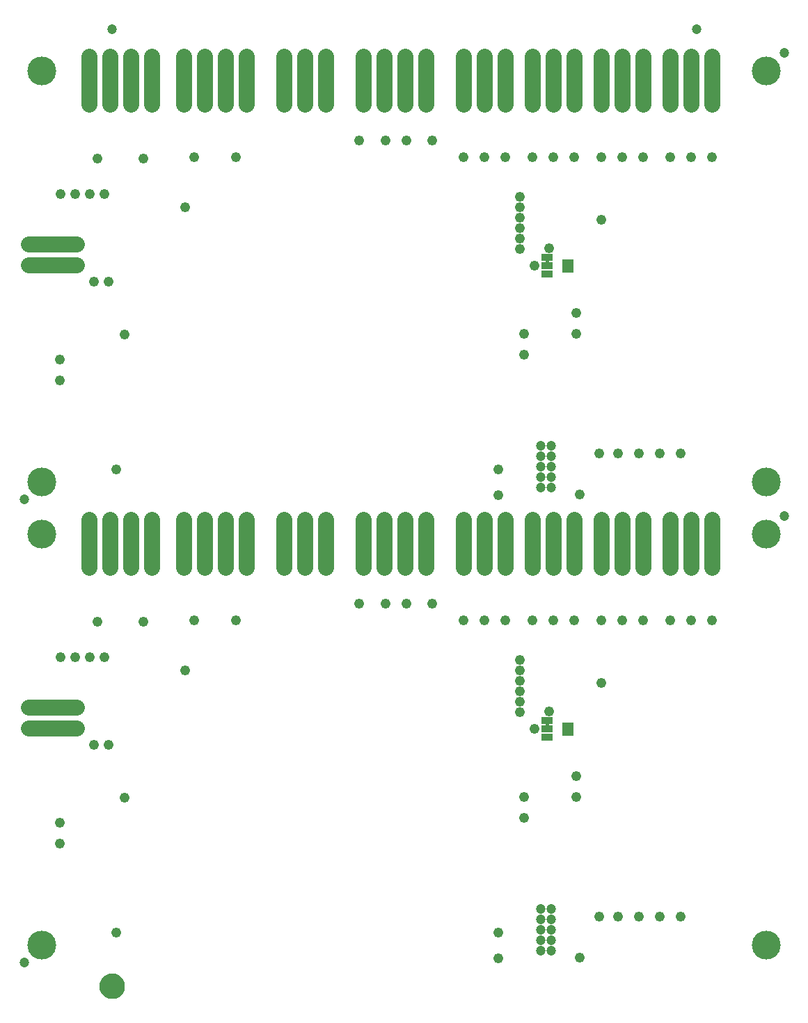
<source format=gbs>
G75*
%MOIN*%
%OFA0B0*%
%FSLAX25Y25*%
%IPPOS*%
%LPD*%
%AMOC8*
5,1,8,0,0,1.08239X$1,22.5*
%
%ADD10R,0.05800X0.03300*%
%ADD11C,0.00500*%
%ADD12C,0.04737*%
%ADD13C,0.07800*%
%ADD14C,0.04800*%
%ADD15C,0.13800*%
%ADD16C,0.05000*%
%ADD17C,0.06706*%
D10*
X0300250Y0139400D03*
X0300250Y0143400D03*
X0300250Y0147400D03*
X0310250Y0145000D03*
X0310250Y0141800D03*
X0300250Y0361400D03*
X0300250Y0365400D03*
X0300250Y0369400D03*
X0310250Y0367000D03*
X0310250Y0363800D03*
D11*
X0300750Y0366650D02*
X0299750Y0366650D01*
X0299750Y0368150D01*
X0300750Y0368150D01*
X0300750Y0366650D01*
X0300750Y0366989D02*
X0299750Y0366989D01*
X0299750Y0367488D02*
X0300750Y0367488D01*
X0300750Y0367986D02*
X0299750Y0367986D01*
X0299750Y0146150D02*
X0299750Y0144650D01*
X0300750Y0144650D01*
X0300750Y0146150D01*
X0299750Y0146150D01*
X0299750Y0146149D02*
X0300750Y0146149D01*
X0300750Y0145650D02*
X0299750Y0145650D01*
X0299750Y0145152D02*
X0300750Y0145152D01*
X0300750Y0144653D02*
X0299750Y0144653D01*
D12*
X0049750Y0031500D03*
X0049750Y0253500D03*
X0091750Y0478750D03*
X0297000Y0279250D03*
X0297000Y0274250D03*
X0297000Y0269250D03*
X0297000Y0264250D03*
X0297000Y0259250D03*
X0302000Y0259250D03*
X0302000Y0264250D03*
X0302000Y0269250D03*
X0302000Y0274250D03*
X0302000Y0279250D03*
X0413750Y0245500D03*
X0302000Y0057250D03*
X0302000Y0052250D03*
X0302000Y0047250D03*
X0302000Y0042250D03*
X0302000Y0037250D03*
X0297000Y0037250D03*
X0297000Y0042250D03*
X0297000Y0047250D03*
X0297000Y0052250D03*
X0297000Y0057250D03*
X0413750Y0467500D03*
X0371750Y0478750D03*
D13*
X0369250Y0466000D02*
X0369250Y0443000D01*
X0359250Y0443000D02*
X0359250Y0466000D01*
X0346250Y0466000D02*
X0346250Y0443000D01*
X0336250Y0443000D02*
X0336250Y0466000D01*
X0326250Y0466000D02*
X0326250Y0443000D01*
X0313250Y0443000D02*
X0313250Y0466000D01*
X0303250Y0466000D02*
X0303250Y0443000D01*
X0293250Y0443000D02*
X0293250Y0466000D01*
X0280250Y0466000D02*
X0280250Y0443000D01*
X0270250Y0443000D02*
X0270250Y0466000D01*
X0260250Y0466000D02*
X0260250Y0443000D01*
X0242250Y0443000D02*
X0242250Y0466000D01*
X0232250Y0466000D02*
X0232250Y0443000D01*
X0222250Y0443000D02*
X0222250Y0466000D01*
X0212250Y0466000D02*
X0212250Y0443000D01*
X0194250Y0443000D02*
X0194250Y0466000D01*
X0184250Y0466000D02*
X0184250Y0443000D01*
X0174250Y0443000D02*
X0174250Y0466000D01*
X0156250Y0466000D02*
X0156250Y0443000D01*
X0146250Y0443000D02*
X0146250Y0466000D01*
X0136250Y0466000D02*
X0136250Y0443000D01*
X0126250Y0443000D02*
X0126250Y0466000D01*
X0110750Y0466000D02*
X0110750Y0443000D01*
X0100750Y0443000D02*
X0100750Y0466000D01*
X0090750Y0466000D02*
X0090750Y0443000D01*
X0080750Y0443000D02*
X0080750Y0466000D01*
X0074750Y0376000D02*
X0051750Y0376000D01*
X0051750Y0366000D02*
X0074750Y0366000D01*
X0080750Y0244000D02*
X0080750Y0221000D01*
X0090750Y0221000D02*
X0090750Y0244000D01*
X0100750Y0244000D02*
X0100750Y0221000D01*
X0110750Y0221000D02*
X0110750Y0244000D01*
X0126250Y0244000D02*
X0126250Y0221000D01*
X0136250Y0221000D02*
X0136250Y0244000D01*
X0146250Y0244000D02*
X0146250Y0221000D01*
X0156250Y0221000D02*
X0156250Y0244000D01*
X0174250Y0244000D02*
X0174250Y0221000D01*
X0184250Y0221000D02*
X0184250Y0244000D01*
X0194250Y0244000D02*
X0194250Y0221000D01*
X0212250Y0221000D02*
X0212250Y0244000D01*
X0222250Y0244000D02*
X0222250Y0221000D01*
X0232250Y0221000D02*
X0232250Y0244000D01*
X0242250Y0244000D02*
X0242250Y0221000D01*
X0260250Y0221000D02*
X0260250Y0244000D01*
X0270250Y0244000D02*
X0270250Y0221000D01*
X0280250Y0221000D02*
X0280250Y0244000D01*
X0293250Y0244000D02*
X0293250Y0221000D01*
X0303250Y0221000D02*
X0303250Y0244000D01*
X0313250Y0244000D02*
X0313250Y0221000D01*
X0326250Y0221000D02*
X0326250Y0244000D01*
X0336250Y0244000D02*
X0336250Y0221000D01*
X0346250Y0221000D02*
X0346250Y0244000D01*
X0359250Y0244000D02*
X0359250Y0221000D01*
X0369250Y0221000D02*
X0369250Y0244000D01*
X0379250Y0244000D02*
X0379250Y0221000D01*
X0379250Y0443000D02*
X0379250Y0466000D01*
X0074750Y0154000D02*
X0051750Y0154000D01*
X0051750Y0144000D02*
X0074750Y0144000D01*
D14*
X0083250Y0136000D03*
X0090250Y0136000D03*
X0097750Y0110500D03*
X0066750Y0098500D03*
X0066750Y0088500D03*
X0093750Y0046000D03*
X0126750Y0171500D03*
X0131250Y0195500D03*
X0151250Y0195500D03*
X0106750Y0195000D03*
X0084750Y0195000D03*
X0081250Y0178000D03*
X0088250Y0178000D03*
X0074250Y0178000D03*
X0067250Y0178000D03*
X0093750Y0268000D03*
X0066750Y0310500D03*
X0066750Y0320500D03*
X0097750Y0332500D03*
X0090250Y0358000D03*
X0083250Y0358000D03*
X0126750Y0393500D03*
X0131250Y0417500D03*
X0151250Y0417500D03*
X0106750Y0417000D03*
X0088250Y0400000D03*
X0081250Y0400000D03*
X0074250Y0400000D03*
X0067250Y0400000D03*
X0084750Y0417000D03*
X0210250Y0425500D03*
X0222750Y0425500D03*
X0232750Y0425500D03*
X0245250Y0425500D03*
X0260250Y0417500D03*
X0270250Y0417500D03*
X0280250Y0417500D03*
X0293250Y0417500D03*
X0303250Y0417500D03*
X0313250Y0417500D03*
X0326250Y0417500D03*
X0336250Y0417500D03*
X0346250Y0417500D03*
X0359250Y0417500D03*
X0369250Y0417500D03*
X0379250Y0417500D03*
X0326250Y0387500D03*
X0301250Y0374000D03*
X0294250Y0365500D03*
X0287250Y0373500D03*
X0287250Y0378500D03*
X0287250Y0383500D03*
X0287250Y0388500D03*
X0287250Y0393500D03*
X0287250Y0398500D03*
X0314250Y0343000D03*
X0314250Y0333000D03*
X0289250Y0333000D03*
X0289250Y0323000D03*
X0325250Y0275500D03*
X0334250Y0275500D03*
X0344250Y0275500D03*
X0354250Y0275500D03*
X0364250Y0275500D03*
X0315750Y0256000D03*
X0276750Y0255500D03*
X0276750Y0268000D03*
X0245250Y0203500D03*
X0232750Y0203500D03*
X0222750Y0203500D03*
X0210250Y0203500D03*
X0260250Y0195500D03*
X0270250Y0195500D03*
X0280250Y0195500D03*
X0293250Y0195500D03*
X0303250Y0195500D03*
X0313250Y0195500D03*
X0326250Y0195500D03*
X0336250Y0195500D03*
X0346250Y0195500D03*
X0359250Y0195500D03*
X0369250Y0195500D03*
X0379250Y0195500D03*
X0326250Y0165500D03*
X0301250Y0152000D03*
X0294250Y0143500D03*
X0287250Y0151500D03*
X0287250Y0156500D03*
X0287250Y0161500D03*
X0287250Y0166500D03*
X0287250Y0171500D03*
X0287250Y0176500D03*
X0314250Y0121000D03*
X0314250Y0111000D03*
X0289250Y0111000D03*
X0289250Y0101000D03*
X0325250Y0053500D03*
X0334250Y0053500D03*
X0344250Y0053500D03*
X0354250Y0053500D03*
X0364250Y0053500D03*
X0315750Y0034000D03*
X0276750Y0033500D03*
X0276750Y0046000D03*
D15*
X0405250Y0040000D03*
X0405250Y0237000D03*
X0405250Y0262000D03*
X0405250Y0459000D03*
X0058250Y0459000D03*
X0058250Y0262000D03*
X0058250Y0237000D03*
X0058250Y0040000D03*
D16*
X0088185Y0020250D02*
X0088187Y0020369D01*
X0088193Y0020488D01*
X0088203Y0020607D01*
X0088217Y0020725D01*
X0088235Y0020843D01*
X0088256Y0020960D01*
X0088282Y0021076D01*
X0088312Y0021192D01*
X0088345Y0021306D01*
X0088382Y0021419D01*
X0088423Y0021531D01*
X0088468Y0021642D01*
X0088516Y0021751D01*
X0088568Y0021858D01*
X0088624Y0021963D01*
X0088683Y0022067D01*
X0088745Y0022168D01*
X0088811Y0022268D01*
X0088880Y0022365D01*
X0088952Y0022459D01*
X0089028Y0022552D01*
X0089106Y0022641D01*
X0089187Y0022728D01*
X0089272Y0022813D01*
X0089359Y0022894D01*
X0089448Y0022972D01*
X0089541Y0023048D01*
X0089635Y0023120D01*
X0089732Y0023189D01*
X0089832Y0023255D01*
X0089933Y0023317D01*
X0090037Y0023376D01*
X0090142Y0023432D01*
X0090249Y0023484D01*
X0090358Y0023532D01*
X0090469Y0023577D01*
X0090581Y0023618D01*
X0090694Y0023655D01*
X0090808Y0023688D01*
X0090924Y0023718D01*
X0091040Y0023744D01*
X0091157Y0023765D01*
X0091275Y0023783D01*
X0091393Y0023797D01*
X0091512Y0023807D01*
X0091631Y0023813D01*
X0091750Y0023815D01*
X0091869Y0023813D01*
X0091988Y0023807D01*
X0092107Y0023797D01*
X0092225Y0023783D01*
X0092343Y0023765D01*
X0092460Y0023744D01*
X0092576Y0023718D01*
X0092692Y0023688D01*
X0092806Y0023655D01*
X0092919Y0023618D01*
X0093031Y0023577D01*
X0093142Y0023532D01*
X0093251Y0023484D01*
X0093358Y0023432D01*
X0093463Y0023376D01*
X0093567Y0023317D01*
X0093668Y0023255D01*
X0093768Y0023189D01*
X0093865Y0023120D01*
X0093959Y0023048D01*
X0094052Y0022972D01*
X0094141Y0022894D01*
X0094228Y0022813D01*
X0094313Y0022728D01*
X0094394Y0022641D01*
X0094472Y0022552D01*
X0094548Y0022459D01*
X0094620Y0022365D01*
X0094689Y0022268D01*
X0094755Y0022168D01*
X0094817Y0022067D01*
X0094876Y0021963D01*
X0094932Y0021858D01*
X0094984Y0021751D01*
X0095032Y0021642D01*
X0095077Y0021531D01*
X0095118Y0021419D01*
X0095155Y0021306D01*
X0095188Y0021192D01*
X0095218Y0021076D01*
X0095244Y0020960D01*
X0095265Y0020843D01*
X0095283Y0020725D01*
X0095297Y0020607D01*
X0095307Y0020488D01*
X0095313Y0020369D01*
X0095315Y0020250D01*
X0095313Y0020131D01*
X0095307Y0020012D01*
X0095297Y0019893D01*
X0095283Y0019775D01*
X0095265Y0019657D01*
X0095244Y0019540D01*
X0095218Y0019424D01*
X0095188Y0019308D01*
X0095155Y0019194D01*
X0095118Y0019081D01*
X0095077Y0018969D01*
X0095032Y0018858D01*
X0094984Y0018749D01*
X0094932Y0018642D01*
X0094876Y0018537D01*
X0094817Y0018433D01*
X0094755Y0018332D01*
X0094689Y0018232D01*
X0094620Y0018135D01*
X0094548Y0018041D01*
X0094472Y0017948D01*
X0094394Y0017859D01*
X0094313Y0017772D01*
X0094228Y0017687D01*
X0094141Y0017606D01*
X0094052Y0017528D01*
X0093959Y0017452D01*
X0093865Y0017380D01*
X0093768Y0017311D01*
X0093668Y0017245D01*
X0093567Y0017183D01*
X0093463Y0017124D01*
X0093358Y0017068D01*
X0093251Y0017016D01*
X0093142Y0016968D01*
X0093031Y0016923D01*
X0092919Y0016882D01*
X0092806Y0016845D01*
X0092692Y0016812D01*
X0092576Y0016782D01*
X0092460Y0016756D01*
X0092343Y0016735D01*
X0092225Y0016717D01*
X0092107Y0016703D01*
X0091988Y0016693D01*
X0091869Y0016687D01*
X0091750Y0016685D01*
X0091631Y0016687D01*
X0091512Y0016693D01*
X0091393Y0016703D01*
X0091275Y0016717D01*
X0091157Y0016735D01*
X0091040Y0016756D01*
X0090924Y0016782D01*
X0090808Y0016812D01*
X0090694Y0016845D01*
X0090581Y0016882D01*
X0090469Y0016923D01*
X0090358Y0016968D01*
X0090249Y0017016D01*
X0090142Y0017068D01*
X0090037Y0017124D01*
X0089933Y0017183D01*
X0089832Y0017245D01*
X0089732Y0017311D01*
X0089635Y0017380D01*
X0089541Y0017452D01*
X0089448Y0017528D01*
X0089359Y0017606D01*
X0089272Y0017687D01*
X0089187Y0017772D01*
X0089106Y0017859D01*
X0089028Y0017948D01*
X0088952Y0018041D01*
X0088880Y0018135D01*
X0088811Y0018232D01*
X0088745Y0018332D01*
X0088683Y0018433D01*
X0088624Y0018537D01*
X0088568Y0018642D01*
X0088516Y0018749D01*
X0088468Y0018858D01*
X0088423Y0018969D01*
X0088382Y0019081D01*
X0088345Y0019194D01*
X0088312Y0019308D01*
X0088282Y0019424D01*
X0088256Y0019540D01*
X0088235Y0019657D01*
X0088217Y0019775D01*
X0088203Y0019893D01*
X0088193Y0020012D01*
X0088187Y0020131D01*
X0088185Y0020250D01*
D17*
X0091750Y0020250D03*
M02*

</source>
